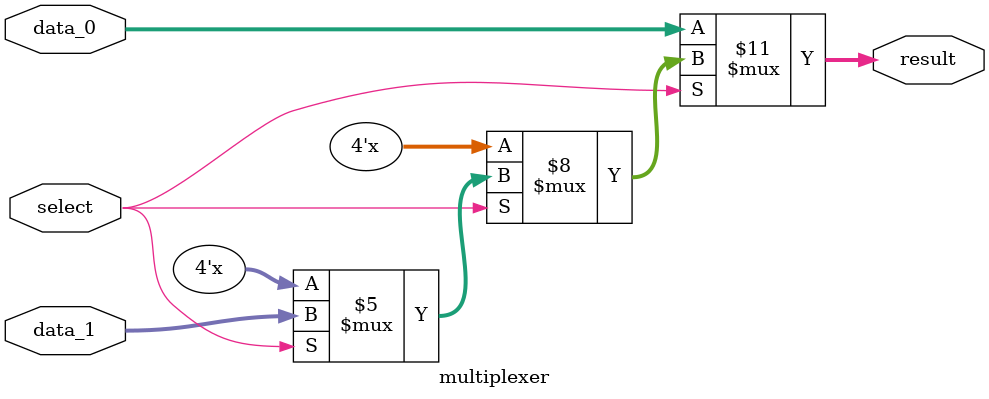
<source format=sv>
module multiplexer#(parameter N = 4)
(input logic [N-1:0]data_0, input logic [N-1:0]data_1, 
input logic select, output logic [N-1:0]result);


always
	begin
	if(select == 0)
		result = data_0;
	else if(select == 1)
		result = data_1;
	end
endmodule


</source>
